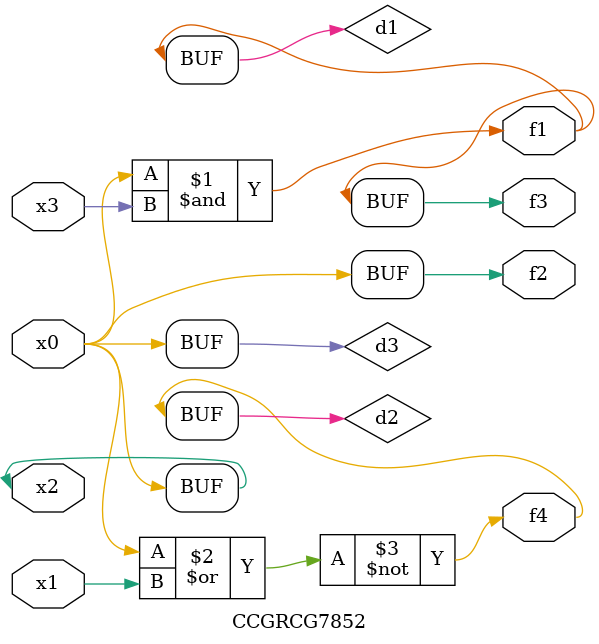
<source format=v>
module CCGRCG7852(
	input x0, x1, x2, x3,
	output f1, f2, f3, f4
);

	wire d1, d2, d3;

	and (d1, x2, x3);
	nor (d2, x0, x1);
	buf (d3, x0, x2);
	assign f1 = d1;
	assign f2 = d3;
	assign f3 = d1;
	assign f4 = d2;
endmodule

</source>
